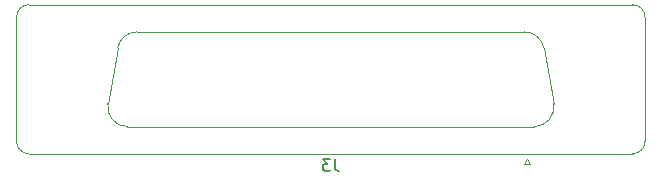
<source format=gbo>
%TF.GenerationSoftware,KiCad,Pcbnew,8.0.0*%
%TF.CreationDate,2024-02-27T15:47:42-08:00*%
%TF.ProjectId,PCB,5043422e-6b69-4636-9164-5f7063625858,rev?*%
%TF.SameCoordinates,Original*%
%TF.FileFunction,Legend,Bot*%
%TF.FilePolarity,Positive*%
%FSLAX46Y46*%
G04 Gerber Fmt 4.6, Leading zero omitted, Abs format (unit mm)*
G04 Created by KiCad (PCBNEW 8.0.0) date 2024-02-27 15:47:42*
%MOMM*%
%LPD*%
G01*
G04 APERTURE LIST*
G04 Aperture macros list*
%AMRoundRect*
0 Rectangle with rounded corners*
0 $1 Rounding radius*
0 $2 $3 $4 $5 $6 $7 $8 $9 X,Y pos of 4 corners*
0 Add a 4 corners polygon primitive as box body*
4,1,4,$2,$3,$4,$5,$6,$7,$8,$9,$2,$3,0*
0 Add four circle primitives for the rounded corners*
1,1,$1+$1,$2,$3*
1,1,$1+$1,$4,$5*
1,1,$1+$1,$6,$7*
1,1,$1+$1,$8,$9*
0 Add four rect primitives between the rounded corners*
20,1,$1+$1,$2,$3,$4,$5,0*
20,1,$1+$1,$4,$5,$6,$7,0*
20,1,$1+$1,$6,$7,$8,$9,0*
20,1,$1+$1,$8,$9,$2,$3,0*%
G04 Aperture macros list end*
%ADD10C,0.150000*%
%ADD11C,0.120000*%
%ADD12C,4.000000*%
%ADD13R,1.600000X1.600000*%
%ADD14C,1.600000*%
%ADD15C,4.100000*%
%ADD16C,7.400000*%
%ADD17RoundRect,0.250000X0.600000X0.725000X-0.600000X0.725000X-0.600000X-0.725000X0.600000X-0.725000X0*%
%ADD18O,1.700000X1.950000*%
G04 APERTURE END LIST*
D10*
X160338333Y-96535150D02*
X160338333Y-97249435D01*
X160338333Y-97249435D02*
X160385952Y-97392292D01*
X160385952Y-97392292D02*
X160481190Y-97487531D01*
X160481190Y-97487531D02*
X160624047Y-97535150D01*
X160624047Y-97535150D02*
X160719285Y-97535150D01*
X159957380Y-96535150D02*
X159338333Y-96535150D01*
X159338333Y-96535150D02*
X159671666Y-96916102D01*
X159671666Y-96916102D02*
X159528809Y-96916102D01*
X159528809Y-96916102D02*
X159433571Y-96963721D01*
X159433571Y-96963721D02*
X159385952Y-97011340D01*
X159385952Y-97011340D02*
X159338333Y-97106578D01*
X159338333Y-97106578D02*
X159338333Y-97344673D01*
X159338333Y-97344673D02*
X159385952Y-97439911D01*
X159385952Y-97439911D02*
X159433571Y-97487531D01*
X159433571Y-97487531D02*
X159528809Y-97535150D01*
X159528809Y-97535150D02*
X159814523Y-97535150D01*
X159814523Y-97535150D02*
X159909761Y-97487531D01*
X159909761Y-97487531D02*
X159957380Y-97439911D01*
D11*
X133395000Y-95020331D02*
X133395000Y-84520331D01*
X185555000Y-96080331D02*
X134455000Y-96080331D01*
X141967267Y-87132075D02*
X141138530Y-91832075D01*
X177236689Y-93780331D02*
X142773311Y-93780331D01*
X176407952Y-85760331D02*
X143602048Y-85760331D01*
X176875000Y-96974669D02*
X176375000Y-96974669D01*
X176375000Y-96974669D02*
X176625000Y-96541656D01*
X176625000Y-96541656D02*
X176875000Y-96974669D01*
X178042733Y-87132075D02*
X178871470Y-91832075D01*
X134455000Y-83460331D02*
X185555000Y-83460331D01*
X186615000Y-84520331D02*
X186615000Y-95020331D01*
X134455000Y-96080331D02*
G75*
G02*
X133395000Y-95020331I1J1060001D01*
G01*
X133395000Y-84520331D02*
G75*
G02*
X134455000Y-83460331I1060001J-1D01*
G01*
X142773311Y-93780331D02*
G75*
G02*
X141138530Y-91832075I-1J1659999D01*
G01*
X141967267Y-87132075D02*
G75*
G02*
X143602048Y-85760332I1634781J-288257D01*
G01*
X178871470Y-91832075D02*
G75*
G02*
X177236689Y-93780330I-1634780J-288256D01*
G01*
X176407952Y-85760331D02*
G75*
G02*
X178042733Y-87132075I1J-1659999D01*
G01*
X186615000Y-95020331D02*
G75*
G02*
X185555000Y-96080331I-1060000J0D01*
G01*
X185555000Y-83460331D02*
G75*
G02*
X186615000Y-84520331I0J-1060000D01*
G01*
%LPC*%
D12*
X136455000Y-89770331D03*
X183555000Y-89770331D03*
D13*
X176625000Y-91190331D03*
D14*
X173855000Y-91190331D03*
X171085000Y-91190331D03*
X168315000Y-91190331D03*
X165545000Y-91190331D03*
X162775000Y-91190331D03*
X160005000Y-91190331D03*
X157235000Y-91190331D03*
X154465000Y-91190331D03*
X151695000Y-91190331D03*
X148925000Y-91190331D03*
X146155000Y-91190331D03*
X143385000Y-91190331D03*
X175240000Y-88350331D03*
X172470000Y-88350331D03*
X169700000Y-88350331D03*
X166930000Y-88350331D03*
X164160000Y-88350331D03*
X161390000Y-88350331D03*
X158620000Y-88350331D03*
X155850000Y-88350331D03*
X153080000Y-88350331D03*
X150310000Y-88350331D03*
X147540000Y-88350331D03*
X144770000Y-88350331D03*
D15*
X160000000Y-134450000D03*
D16*
X160000000Y-134450000D03*
D15*
X160000000Y-45550000D03*
D16*
X160000000Y-45550000D03*
D17*
X167640000Y-101600000D03*
D18*
X165140000Y-101600000D03*
X162640000Y-101600000D03*
X160140000Y-101600000D03*
X157640000Y-101600000D03*
X155140000Y-101600000D03*
X152640000Y-101600000D03*
D15*
X115550000Y-90000000D03*
D16*
X115550000Y-90000000D03*
D15*
X204450000Y-90000000D03*
D16*
X204450000Y-90000000D03*
%LPD*%
M02*

</source>
